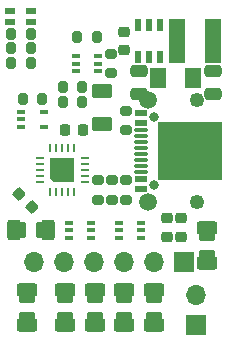
<source format=gbr>
%TF.GenerationSoftware,KiCad,Pcbnew,(6.0.0-0)*%
%TF.CreationDate,2021-12-31T16:59:20+00:00*%
%TF.ProjectId,Generic,47656e65-7269-4632-9e6b-696361645f70,6*%
%TF.SameCoordinates,Original*%
%TF.FileFunction,Soldermask,Top*%
%TF.FilePolarity,Negative*%
%FSLAX46Y46*%
G04 Gerber Fmt 4.6, Leading zero omitted, Abs format (unit mm)*
G04 Created by KiCad (PCBNEW (6.0.0-0)) date 2021-12-31 16:59:20*
%MOMM*%
%LPD*%
G01*
G04 APERTURE LIST*
G04 Aperture macros list*
%AMRoundRect*
0 Rectangle with rounded corners*
0 $1 Rounding radius*
0 $2 $3 $4 $5 $6 $7 $8 $9 X,Y pos of 4 corners*
0 Add a 4 corners polygon primitive as box body*
4,1,4,$2,$3,$4,$5,$6,$7,$8,$9,$2,$3,0*
0 Add four circle primitives for the rounded corners*
1,1,$1+$1,$2,$3*
1,1,$1+$1,$4,$5*
1,1,$1+$1,$6,$7*
1,1,$1+$1,$8,$9*
0 Add four rect primitives between the rounded corners*
20,1,$1+$1,$2,$3,$4,$5,0*
20,1,$1+$1,$4,$5,$6,$7,0*
20,1,$1+$1,$6,$7,$8,$9,0*
20,1,$1+$1,$8,$9,$2,$3,0*%
%AMFreePoly0*
4,1,6,1.000000,-1.000000,-1.000000,-1.000000,-1.000000,0.750000,-0.750000,1.000000,1.000000,1.000000,1.000000,-1.000000,1.000000,-1.000000,$1*%
G04 Aperture macros list end*
%ADD10RoundRect,0.249750X0.625250X-0.312750X0.625250X0.312750X-0.625250X0.312750X-0.625250X-0.312750X0*%
%ADD11RoundRect,0.250100X0.449900X-0.262400X0.449900X0.262400X-0.449900X0.262400X-0.449900X-0.262400X0*%
%ADD12R,1.140000X0.600000*%
%ADD13C,0.800000*%
%ADD14RoundRect,0.075000X0.495000X-0.075000X0.495000X0.075000X-0.495000X0.075000X-0.495000X-0.075000X0*%
%ADD15C,1.500000*%
%ADD16C,1.250000*%
%ADD17R,5.490000X5.000000*%
%ADD18R,1.700000X1.700000*%
%ADD19O,1.700000X1.700000*%
%ADD20RoundRect,0.062500X0.062500X-0.287500X0.062500X0.287500X-0.062500X0.287500X-0.062500X-0.287500X0*%
%ADD21RoundRect,0.062500X0.287500X-0.062500X0.287500X0.062500X-0.287500X0.062500X-0.287500X-0.062500X0*%
%ADD22C,0.350000*%
%ADD23FreePoly0,90.000000*%
%ADD24RoundRect,0.200000X0.200000X0.275000X-0.200000X0.275000X-0.200000X-0.275000X0.200000X-0.275000X0*%
%ADD25RoundRect,0.200000X-0.200000X-0.275000X0.200000X-0.275000X0.200000X0.275000X-0.200000X0.275000X0*%
%ADD26R,0.800000X0.400000*%
%ADD27RoundRect,0.250000X-0.625000X0.375000X-0.625000X-0.375000X0.625000X-0.375000X0.625000X0.375000X0*%
%ADD28RoundRect,0.200000X-0.275000X0.200000X-0.275000X-0.200000X0.275000X-0.200000X0.275000X0.200000X0*%
%ADD29R,0.650000X0.400000*%
%ADD30RoundRect,0.225000X-0.335876X-0.017678X-0.017678X-0.335876X0.335876X0.017678X0.017678X0.335876X0*%
%ADD31RoundRect,0.249750X-0.312750X-0.625250X0.312750X-0.625250X0.312750X0.625250X-0.312750X0.625250X0*%
%ADD32RoundRect,0.250100X-0.262400X-0.449900X0.262400X-0.449900X0.262400X0.449900X-0.262400X0.449900X0*%
%ADD33RoundRect,0.200000X0.275000X-0.200000X0.275000X0.200000X-0.275000X0.200000X-0.275000X-0.200000X0*%
%ADD34R,0.850000X0.500000*%
%ADD35RoundRect,0.225000X-0.225000X-0.250000X0.225000X-0.250000X0.225000X0.250000X-0.225000X0.250000X0*%
%ADD36RoundRect,0.225000X-0.250000X0.225000X-0.250000X-0.225000X0.250000X-0.225000X0.250000X0.225000X0*%
%ADD37R,0.600000X1.100000*%
%ADD38R,1.425000X3.700000*%
%ADD39RoundRect,0.249375X-0.463125X-0.625625X0.463125X-0.625625X0.463125X0.625625X-0.463125X0.625625X0*%
%ADD40RoundRect,0.225000X0.250000X-0.225000X0.250000X0.225000X-0.250000X0.225000X-0.250000X-0.225000X0*%
%ADD41RoundRect,0.250000X-0.475000X0.250000X-0.475000X-0.250000X0.475000X-0.250000X0.475000X0.250000X0*%
G04 APERTURE END LIST*
D10*
%TO.C,R2*%
X130470000Y-125812500D03*
X130470000Y-122887500D03*
D11*
X130470000Y-123437500D03*
X130470000Y-125262500D03*
%TD*%
D10*
%TO.C,R3*%
X127970000Y-125812500D03*
X127970000Y-122887500D03*
D11*
X127970000Y-123437500D03*
X127970000Y-125262500D03*
%TD*%
D10*
%TO.C,R4*%
X125470000Y-125812500D03*
X125470000Y-122887500D03*
D11*
X125470000Y-123437500D03*
X125470000Y-125262500D03*
%TD*%
D10*
%TO.C,R5*%
X122970000Y-125812500D03*
X122970000Y-122887500D03*
D11*
X122970000Y-123437500D03*
X122970000Y-125262500D03*
%TD*%
D10*
%TO.C,R6*%
X119700000Y-125812500D03*
X119700000Y-122887500D03*
D11*
X119700000Y-123437500D03*
X119700000Y-125262500D03*
%TD*%
D12*
%TO.C,J2*%
X129385000Y-114300000D03*
D13*
X130455000Y-113990000D03*
X130455000Y-108210000D03*
D12*
X129385000Y-107900000D03*
D14*
X129385000Y-112850000D03*
X129385000Y-109350000D03*
X129385000Y-112350000D03*
X129385000Y-109850000D03*
X129385000Y-111850000D03*
X129385000Y-110350000D03*
X129385000Y-111350000D03*
X129385000Y-110850000D03*
D15*
X129965000Y-115420000D03*
X129965000Y-106780000D03*
D16*
X134135000Y-115420000D03*
X134135000Y-106780000D03*
D12*
X129385000Y-108700000D03*
X129385000Y-113500000D03*
D17*
X133500000Y-111100000D03*
%TD*%
D18*
%TO.C,J3*%
X134000000Y-125800000D03*
D19*
X134000000Y-123260000D03*
%TD*%
D10*
%TO.C,C1*%
X135000000Y-120562500D03*
X135000000Y-117637500D03*
D11*
X135000000Y-118187500D03*
X135000000Y-120012500D03*
%TD*%
D20*
%TO.C,U2*%
X121700000Y-114600000D03*
X122200000Y-114600000D03*
X122700000Y-114600000D03*
X123200000Y-114600000D03*
X123700000Y-114600000D03*
D21*
X124600000Y-113700000D03*
X124600000Y-113200000D03*
X124600000Y-112700000D03*
X124600000Y-112200000D03*
X124600000Y-111700000D03*
D20*
X123700000Y-110800000D03*
X123200000Y-110800000D03*
X122700000Y-110800000D03*
X122200000Y-110800000D03*
X121700000Y-110800000D03*
D21*
X120800000Y-111700000D03*
X120800000Y-112200000D03*
X120800000Y-112700000D03*
X120800000Y-113200000D03*
X120800000Y-113700000D03*
D22*
X122700000Y-112700000D03*
D23*
X122700000Y-112700000D03*
%TD*%
D24*
%TO.C,R1*%
X121025000Y-106700000D03*
X119375000Y-106700000D03*
%TD*%
D25*
%TO.C,R10*%
X118375000Y-102400000D03*
X120025000Y-102400000D03*
%TD*%
%TO.C,R17*%
X122775000Y-105700000D03*
X124425000Y-105700000D03*
%TD*%
D24*
%TO.C,R18*%
X124425000Y-106900000D03*
X122775000Y-106900000D03*
%TD*%
D26*
%TO.C,Q1*%
X119250000Y-107750000D03*
X119250000Y-108400000D03*
X119250000Y-109050000D03*
X121150000Y-109050000D03*
X121150000Y-107750000D03*
%TD*%
D27*
%TO.C,D2*%
X126100000Y-106000000D03*
X126100000Y-108800000D03*
%TD*%
D25*
%TO.C,R15*%
X123975000Y-101400000D03*
X125625000Y-101400000D03*
%TD*%
D28*
%TO.C,R16*%
X126800000Y-102875000D03*
X126800000Y-104525000D03*
%TD*%
D29*
%TO.C,U3*%
X123850000Y-103050000D03*
X123850000Y-104350000D03*
X125750000Y-103700000D03*
X123850000Y-103700000D03*
X125750000Y-104350000D03*
X125750000Y-103050000D03*
%TD*%
D30*
%TO.C,C2*%
X119051992Y-114751992D03*
X120148008Y-115848008D03*
%TD*%
D28*
%TO.C,R12*%
X128100000Y-107675000D03*
X128100000Y-109325000D03*
%TD*%
D31*
%TO.C,R7*%
X118587500Y-117800000D03*
X121512500Y-117800000D03*
D32*
X120962500Y-117800000D03*
X119137500Y-117800000D03*
%TD*%
D29*
%TO.C,D4*%
X123250000Y-117150000D03*
X123250000Y-117800000D03*
X123250000Y-118450000D03*
X125150000Y-118450000D03*
X125150000Y-117800000D03*
X125150000Y-117150000D03*
%TD*%
%TO.C,D3*%
X127500000Y-117150000D03*
X127500000Y-117800000D03*
X127500000Y-118450000D03*
X129400000Y-118450000D03*
X129400000Y-117800000D03*
X129400000Y-117150000D03*
%TD*%
D28*
%TO.C,R11*%
X128100000Y-113575000D03*
X128100000Y-115225000D03*
%TD*%
D33*
%TO.C,R13*%
X126900000Y-115225000D03*
X126900000Y-113575000D03*
%TD*%
D28*
%TO.C,R14*%
X125700000Y-113575000D03*
X125700000Y-115225000D03*
%TD*%
D34*
%TO.C,D1*%
X120075000Y-100200000D03*
X118325000Y-100200000D03*
X118325000Y-99200000D03*
X120075000Y-99200000D03*
%TD*%
D25*
%TO.C,R8*%
X118375000Y-101200000D03*
X120025000Y-101200000D03*
%TD*%
%TO.C,R9*%
X118375000Y-103600000D03*
X120025000Y-103600000D03*
%TD*%
D35*
%TO.C,C5*%
X122925000Y-109300000D03*
X124475000Y-109300000D03*
%TD*%
D36*
%TO.C,C3*%
X132800000Y-116800000D03*
X132800000Y-118350000D03*
%TD*%
%TO.C,C4*%
X131600000Y-116800000D03*
X131600000Y-118350000D03*
%TD*%
D37*
%TO.C,U4*%
X131010000Y-100400000D03*
D38*
X132460000Y-101800000D03*
D37*
X131010000Y-103100000D03*
D39*
X130857500Y-104920000D03*
D40*
X127960000Y-102525000D03*
X127960000Y-100975000D03*
D37*
X129110000Y-103100000D03*
X130060000Y-103100000D03*
D41*
X129210000Y-104350000D03*
X129210000Y-106250000D03*
D37*
X130060000Y-100400000D03*
D39*
X133822500Y-104920000D03*
D41*
X135460000Y-106250000D03*
D37*
X129110000Y-100400000D03*
D38*
X135460000Y-101800000D03*
D41*
X135460000Y-104350000D03*
%TD*%
D19*
%TO.C,J1*%
X120345000Y-120500000D03*
X122885000Y-120500000D03*
X125425000Y-120500000D03*
X127965000Y-120500000D03*
X130505000Y-120500000D03*
D18*
X133045000Y-120500000D03*
%TD*%
M02*

</source>
